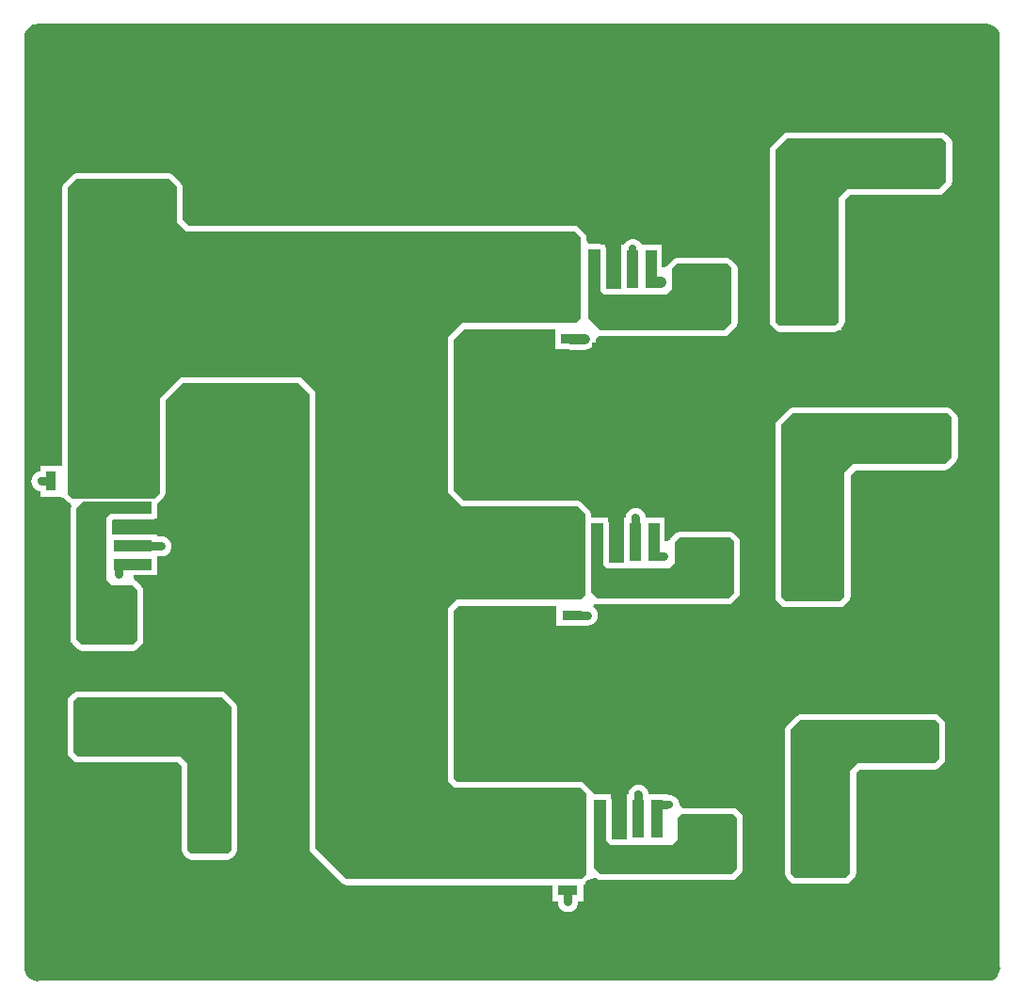
<source format=gtl>
G04*
G04 #@! TF.GenerationSoftware,Altium Limited,Altium Designer,21.6.4 (81)*
G04*
G04 Layer_Physical_Order=1*
G04 Layer_Color=255*
%FSLAX25Y25*%
%MOIN*%
G70*
G04*
G04 #@! TF.SameCoordinates,F1B4013F-C6E7-459F-9AD8-EDA5B4F290C2*
G04*
G04*
G04 #@! TF.FilePolarity,Positive*
G04*
G01*
G75*
%ADD13R,0.15551X0.21260*%
%ADD14R,0.06693X0.07087*%
%ADD15R,0.07100X0.03600*%
G04:AMPARAMS|DCode=16|XSize=88.19mil|YSize=91.34mil|CornerRadius=11.02mil|HoleSize=0mil|Usage=FLASHONLY|Rotation=90.000|XOffset=0mil|YOffset=0mil|HoleType=Round|Shape=RoundedRectangle|*
%AMROUNDEDRECTD16*
21,1,0.08819,0.06929,0,0,90.0*
21,1,0.06614,0.09134,0,0,90.0*
1,1,0.02205,0.03465,0.03307*
1,1,0.02205,0.03465,-0.03307*
1,1,0.02205,-0.03465,-0.03307*
1,1,0.02205,-0.03465,0.03307*
%
%ADD16ROUNDEDRECTD16*%
%ADD17R,0.21260X0.15551*%
%ADD18R,0.07087X0.06693*%
%ADD19R,0.03600X0.07100*%
G04:AMPARAMS|DCode=20|XSize=157.09mil|YSize=83.46mil|CornerRadius=10.43mil|HoleSize=0mil|Usage=FLASHONLY|Rotation=90.000|XOffset=0mil|YOffset=0mil|HoleType=Round|Shape=RoundedRectangle|*
%AMROUNDEDRECTD20*
21,1,0.15709,0.06260,0,0,90.0*
21,1,0.13622,0.08346,0,0,90.0*
1,1,0.02087,0.03130,0.06811*
1,1,0.02087,0.03130,-0.06811*
1,1,0.02087,-0.03130,-0.06811*
1,1,0.02087,-0.03130,0.06811*
%
%ADD20ROUNDEDRECTD20*%
G04:AMPARAMS|DCode=21|XSize=157.09mil|YSize=83.46mil|CornerRadius=10.43mil|HoleSize=0mil|Usage=FLASHONLY|Rotation=180.000|XOffset=0mil|YOffset=0mil|HoleType=Round|Shape=RoundedRectangle|*
%AMROUNDEDRECTD21*
21,1,0.15709,0.06260,0,0,180.0*
21,1,0.13622,0.08346,0,0,180.0*
1,1,0.02087,-0.06811,0.03130*
1,1,0.02087,0.06811,0.03130*
1,1,0.02087,0.06811,-0.03130*
1,1,0.02087,-0.06811,-0.03130*
%
%ADD21ROUNDEDRECTD21*%
%ADD22R,0.09055X0.09921*%
%ADD37R,0.03937X0.13386*%
%ADD38R,0.42126X0.33858*%
%ADD39R,0.13386X0.03937*%
%ADD40R,0.33858X0.42126*%
%ADD41C,0.03150*%
%ADD42C,0.01500*%
%ADD43C,0.03937*%
%ADD44C,0.03740*%
%ADD45C,0.07874*%
%ADD46C,0.02756*%
%ADD47C,0.12598*%
%ADD48C,0.02559*%
G36*
X341895Y338890D02*
X342778Y338578D01*
X343584Y338099D01*
X344280Y337472D01*
X344841Y336721D01*
X345245Y335876D01*
X345500Y334500D01*
X345500Y334500D01*
X345500Y334500D01*
X345500Y5000D01*
X345525Y4532D01*
X345390Y3605D01*
X345078Y2722D01*
X344599Y1916D01*
X343972Y1220D01*
X343221Y659D01*
X342376Y255D01*
X341468Y25D01*
X341000Y0D01*
X5000D01*
X4532Y-25D01*
X3605Y110D01*
X2722Y422D01*
X1916Y901D01*
X1220Y1528D01*
X659Y2279D01*
X255Y3124D01*
X25Y4032D01*
X0Y4500D01*
X0Y334000D01*
X-25Y334468D01*
X110Y335395D01*
X422Y336278D01*
X901Y337084D01*
X1528Y337780D01*
X2279Y338341D01*
X3124Y338744D01*
X4032Y338975D01*
X4500Y339000D01*
Y339000D01*
X340500Y339000D01*
X340968Y339025D01*
X341895Y338890D01*
D02*
G37*
%LPC*%
G36*
X325000Y300507D02*
X270000D01*
X269232Y300354D01*
X268581Y299919D01*
X264581Y295919D01*
X264146Y295268D01*
X263993Y294500D01*
Y233500D01*
X264146Y232732D01*
X264581Y232081D01*
X266081Y230581D01*
X266732Y230146D01*
X267500Y229993D01*
X287000D01*
X287768Y230146D01*
X288151Y230402D01*
X289232D01*
Y231394D01*
X289919Y232081D01*
X290354Y232732D01*
X290507Y233500D01*
Y276669D01*
X292331Y278493D01*
X324000D01*
X324768Y278646D01*
X325419Y279081D01*
X327919Y281581D01*
X328354Y282232D01*
X328507Y283000D01*
Y297000D01*
X328354Y297768D01*
X327919Y298419D01*
X326419Y299919D01*
X325768Y300354D01*
X325000Y300507D01*
D02*
G37*
G36*
X51173Y286007D02*
X18500D01*
X17732Y285854D01*
X17081Y285419D01*
X14033Y282371D01*
X13598Y281720D01*
X13445Y280952D01*
Y183945D01*
X13269Y182518D01*
X11945Y182518D01*
X5731D01*
Y180538D01*
X5075Y180452D01*
X4213Y180095D01*
X3473Y179527D01*
X2905Y178787D01*
X2548Y177925D01*
X2426Y177000D01*
X2548Y176075D01*
X2905Y175213D01*
X3473Y174473D01*
X4213Y173905D01*
X5075Y173548D01*
X5731Y173461D01*
Y171482D01*
X12699Y171482D01*
X13709Y171178D01*
X14436Y170678D01*
X15643Y169470D01*
X16295Y169035D01*
X16646Y168268D01*
X16493Y167500D01*
Y139232D01*
X16402D01*
Y119744D01*
X16972D01*
X17081Y119581D01*
X19081Y117581D01*
X19732Y117146D01*
X20500Y116993D01*
X38500Y116993D01*
X39268Y117146D01*
X39919Y117581D01*
X41419Y119081D01*
X41854Y119732D01*
X42007Y120500D01*
Y138500D01*
X41854Y139268D01*
X41419Y139919D01*
X39919Y141419D01*
X39268Y141854D01*
X38943Y142165D01*
X38522Y143255D01*
X38527Y143496D01*
X38667Y143677D01*
X46929D01*
Y150424D01*
X48498D01*
X49423Y150546D01*
X50285Y150903D01*
X51025Y151471D01*
X51027Y151473D01*
X51595Y152213D01*
X51952Y153075D01*
X52074Y154000D01*
X51952Y154925D01*
X51595Y155787D01*
X51027Y156527D01*
X50287Y157095D01*
X49425Y157452D01*
X48500Y157574D01*
X48484Y157572D01*
X46929D01*
Y158244D01*
X31007D01*
Y163169D01*
X31331Y163493D01*
X45000D01*
X45768Y163646D01*
X45933Y163756D01*
X46929D01*
Y165108D01*
X47007Y165500D01*
Y169236D01*
X47358Y169470D01*
X49371Y171483D01*
X49806Y172135D01*
X49959Y172903D01*
Y205669D01*
X56258Y211968D01*
X96924D01*
X100966Y207925D01*
Y47027D01*
X101119Y46259D01*
X101554Y45608D01*
X112581Y34581D01*
X113232Y34146D01*
X114000Y33993D01*
X186981Y33993D01*
Y28231D01*
X188926D01*
Y28000D01*
X189048Y27075D01*
X189405Y26213D01*
X189973Y25473D01*
X190713Y24905D01*
X191575Y24548D01*
X192500Y24426D01*
X193425Y24548D01*
X194287Y24905D01*
X195027Y25473D01*
X195595Y26213D01*
X195952Y27075D01*
X196074Y28000D01*
Y28231D01*
X198019D01*
Y34106D01*
X198220Y34146D01*
X198871Y34581D01*
X200482Y36191D01*
X200516Y36243D01*
X202130Y36569D01*
X202365Y36516D01*
X202501Y36380D01*
X203152Y35945D01*
X203920Y35792D01*
X250420D01*
X250969Y35902D01*
X251256D01*
Y35991D01*
X251839Y36380D01*
X253839Y38380D01*
X254274Y39031D01*
X254427Y39799D01*
X254427Y57800D01*
X254274Y58568D01*
X253839Y59219D01*
X252339Y60719D01*
X251688Y61154D01*
X250920Y61307D01*
X233198D01*
X232686Y61592D01*
X231846Y62617D01*
Y62941D01*
X231618Y63792D01*
X231178Y64555D01*
X230555Y65178D01*
X229792Y65618D01*
X228941Y65847D01*
X228680D01*
X228425Y65952D01*
X227823Y66031D01*
Y66161D01*
X221053D01*
X220952Y66925D01*
X220595Y67787D01*
X220027Y68527D01*
X219287Y69095D01*
X218425Y69452D01*
X217500Y69574D01*
X216575Y69452D01*
X215713Y69095D01*
X214973Y68527D01*
X214405Y67787D01*
X214048Y66925D01*
X213947Y66161D01*
X213256D01*
Y50306D01*
X208251D01*
X207927Y50631D01*
Y64299D01*
X207774Y65067D01*
X207744Y65112D01*
Y66161D01*
X206649D01*
X205920Y66307D01*
X201731D01*
X200917Y67255D01*
X200482Y67906D01*
X198469Y69919D01*
X197818Y70354D01*
X197049Y70507D01*
X153186D01*
X152003Y71690D01*
X152003Y131165D01*
X153831Y132993D01*
X188481D01*
Y125732D01*
X199519D01*
Y125929D01*
X200425Y126048D01*
X201287Y126405D01*
X202027Y126973D01*
X202595Y127713D01*
X202952Y128575D01*
X203074Y129500D01*
X202952Y130425D01*
X202595Y131287D01*
X202027Y132027D01*
X201381Y132523D01*
X202132Y133786D01*
X202900Y133633D01*
X230768D01*
Y133402D01*
X250256D01*
Y133845D01*
X250820Y134221D01*
X252820Y136221D01*
X253255Y136872D01*
X253408Y137641D01*
X253408Y155641D01*
X253255Y156409D01*
X252820Y157060D01*
X251320Y158560D01*
X250669Y158995D01*
X249900Y159148D01*
X231900D01*
X231132Y158995D01*
X230481Y158560D01*
X228981Y157060D01*
X228546Y156409D01*
X228517Y156264D01*
X227084Y155688D01*
X226915Y155694D01*
X226823Y155763D01*
Y164161D01*
X220053D01*
X219952Y164925D01*
X219595Y165787D01*
X219027Y166527D01*
X218287Y167095D01*
X217425Y167452D01*
X216500Y167574D01*
X215575Y167452D01*
X214713Y167095D01*
X213973Y166527D01*
X213405Y165787D01*
X213048Y164925D01*
X212947Y164161D01*
X212256D01*
Y148148D01*
X207232D01*
X206908Y148472D01*
Y162141D01*
X206755Y162909D01*
X206744Y162925D01*
Y164161D01*
X200570D01*
Y165487D01*
X200417Y166255D01*
X199982Y166906D01*
X197469Y169419D01*
X196818Y169854D01*
X196049Y170007D01*
X155806D01*
X152003Y173810D01*
Y227139D01*
X155857Y230993D01*
X187981D01*
Y223731D01*
X192716D01*
X193500Y223628D01*
X198436D01*
X198456Y223626D01*
X199458Y223758D01*
X200391Y224145D01*
X201193Y224760D01*
X201809Y225562D01*
X202195Y226495D01*
X202327Y227498D01*
X202506Y227724D01*
X203701Y228552D01*
X204000Y228493D01*
X248000D01*
X248768Y228646D01*
X249419Y229081D01*
X251919Y231581D01*
X252354Y232232D01*
X252507Y233000D01*
X252507Y252500D01*
X252354Y253268D01*
X251919Y253919D01*
X250419Y255419D01*
X250256Y255528D01*
Y255598D01*
X250151D01*
X249768Y255854D01*
X249000Y256007D01*
X231000D01*
X230232Y255854D01*
X229581Y255419D01*
X228081Y253919D01*
X227646Y253268D01*
X226055Y252959D01*
X225823Y253113D01*
Y260929D01*
X218539D01*
X218178Y261555D01*
X217555Y262178D01*
X216792Y262618D01*
X215941Y262846D01*
X215059D01*
X214208Y262618D01*
X213445Y262178D01*
X212822Y261555D01*
X212461Y260929D01*
X211256D01*
Y245007D01*
X206331D01*
X206007Y245331D01*
Y259000D01*
X205854Y259768D01*
X205744Y259933D01*
Y260929D01*
X204392D01*
X204000Y261007D01*
X199811D01*
X199070Y262362D01*
Y263487D01*
X198917Y264255D01*
X198482Y264906D01*
X196469Y266919D01*
X195817Y267354D01*
X195049Y267507D01*
X58306D01*
X56007Y269806D01*
Y281173D01*
X55854Y281941D01*
X55419Y282593D01*
X52592Y285419D01*
X51941Y285854D01*
X51173Y286007D01*
D02*
G37*
G36*
X327000Y203007D02*
X272000D01*
X271232Y202854D01*
X270581Y202419D01*
X266581Y198419D01*
X266146Y197768D01*
X265993Y197000D01*
Y136000D01*
X266146Y135232D01*
X266581Y134581D01*
X268081Y133081D01*
X268732Y132646D01*
X269500Y132493D01*
X289000D01*
X289768Y132646D01*
X290419Y133081D01*
X291919Y134581D01*
X292354Y135232D01*
X292507Y136000D01*
Y179169D01*
X294331Y180993D01*
X326000D01*
X326768Y181146D01*
X327419Y181581D01*
X329919Y184081D01*
X330354Y184732D01*
X330507Y185500D01*
Y199500D01*
X330354Y200268D01*
X329919Y200919D01*
X328419Y202419D01*
X327768Y202854D01*
X327000Y203007D01*
D02*
G37*
G36*
X69750Y102507D02*
X18661D01*
X17893Y102354D01*
X17242Y101919D01*
X15831Y100508D01*
X15396Y99857D01*
X15243Y99089D01*
Y81000D01*
X15396Y80232D01*
X15831Y79581D01*
X17331Y78081D01*
X17982Y77646D01*
X18750Y77493D01*
X54419D01*
X55743Y76169D01*
X55743Y46250D01*
X55896Y45482D01*
X56331Y44831D01*
X57581Y43581D01*
X58232Y43146D01*
X59000Y42993D01*
X72000D01*
X72768Y43146D01*
X73419Y43581D01*
X74669Y44831D01*
X75104Y45482D01*
X75257Y46250D01*
Y97000D01*
X75104Y97768D01*
X74669Y98419D01*
X71169Y101919D01*
X70518Y102354D01*
X70005Y102456D01*
X69750Y102507D01*
D02*
G37*
G36*
X322500Y94507D02*
X275000D01*
X274232Y94354D01*
X273581Y93919D01*
X270081Y90419D01*
X269646Y89768D01*
X269493Y89000D01*
Y37911D01*
X269646Y37143D01*
X270081Y36492D01*
X271492Y35081D01*
X272143Y34646D01*
X272911Y34493D01*
X291000D01*
X291768Y34646D01*
X292419Y35081D01*
X293919Y36581D01*
X294354Y37232D01*
X294507Y38000D01*
Y73669D01*
X295831Y74993D01*
X322500Y74993D01*
X323268Y75146D01*
X323919Y75581D01*
X325419Y77081D01*
X325854Y77732D01*
X326007Y78500D01*
Y91000D01*
X325854Y91768D01*
X325419Y92419D01*
X323919Y93919D01*
X323268Y94354D01*
X322500Y94507D01*
D02*
G37*
%LPD*%
G36*
X326500Y297000D02*
Y283000D01*
X324000Y280500D01*
X291500D01*
X288500Y277500D01*
Y233500D01*
X287000Y232000D01*
X267500D01*
X266000Y233500D01*
Y294500D01*
X270000Y298500D01*
X325000D01*
X326500Y297000D01*
D02*
G37*
G36*
X204000Y244500D02*
X205500Y243000D01*
X227500D01*
X229500Y245000D01*
Y252500D01*
X231000Y254000D01*
X249000D01*
X250500Y252500D01*
X250500Y233000D01*
X248000Y230500D01*
X204000D01*
X199811Y234689D01*
X199811Y259000D01*
X204000D01*
Y244500D01*
D02*
G37*
G36*
X204900Y147641D02*
X206400Y146141D01*
X228400D01*
X230400Y148141D01*
Y155641D01*
X231900Y157141D01*
X249900D01*
X251400Y155641D01*
X251400Y137641D01*
X249400Y135641D01*
X202900D01*
X200712Y137829D01*
X200712Y162141D01*
X204900D01*
Y147641D01*
D02*
G37*
G36*
X45000Y169689D02*
Y165500D01*
X30500D01*
X29000Y164000D01*
Y142000D01*
X31000Y140000D01*
X38500D01*
X40000Y138500D01*
Y120500D01*
X38500Y119000D01*
X20500Y119000D01*
X18500Y121000D01*
Y167500D01*
X20689Y169689D01*
X45000Y169689D01*
D02*
G37*
G36*
X205920Y49799D02*
X207420Y48300D01*
X229420D01*
X231420Y50300D01*
Y57800D01*
X232920Y59299D01*
X250920D01*
X252420Y57800D01*
X252420Y39799D01*
X250420Y37800D01*
X203920D01*
X201731Y39988D01*
X201731Y64299D01*
X205920D01*
Y49799D01*
D02*
G37*
G36*
X54000Y281173D02*
Y268975D01*
X57475Y265500D01*
X195049D01*
X197063Y263487D01*
Y234611D01*
X195452Y233000D01*
X155026D01*
X149996Y227970D01*
Y172979D01*
X154975Y168000D01*
X196049D01*
X198563Y165487D01*
Y136611D01*
X196952Y135000D01*
X153000D01*
X149996Y131996D01*
X149996Y70859D01*
X152355Y68500D01*
X197049D01*
X199063Y66487D01*
Y37611D01*
X197452Y36000D01*
X114000Y36000D01*
X102973Y47027D01*
Y208756D01*
X97755Y213975D01*
X55427D01*
X47952Y206500D01*
Y172903D01*
X45939Y170889D01*
X17063D01*
X15452Y172500D01*
Y280952D01*
X18500Y284000D01*
X51173D01*
X54000Y281173D01*
D02*
G37*
G36*
X328500Y199500D02*
Y185500D01*
X326000Y183000D01*
X293500D01*
X290500Y180000D01*
Y136000D01*
X289000Y134500D01*
X269500D01*
X268000Y136000D01*
Y197000D01*
X272000Y201000D01*
X327000D01*
X328500Y199500D01*
D02*
G37*
G36*
X73250Y97000D02*
Y46250D01*
X72000Y45000D01*
X59000D01*
X57750Y46250D01*
X57750Y77000D01*
X55250Y79500D01*
X18750D01*
X17250Y81000D01*
Y99089D01*
X18661Y100500D01*
X69750D01*
X73250Y97000D01*
D02*
G37*
G36*
X324000Y91000D02*
Y78500D01*
X322500Y77000D01*
X295000Y77000D01*
X292500Y74500D01*
Y38000D01*
X291000Y36500D01*
X272911D01*
X271500Y37911D01*
Y89000D01*
X275000Y92500D01*
X322500D01*
X324000Y91000D01*
D02*
G37*
D13*
X240512Y146000D02*
D03*
X279488D02*
D03*
X240512Y243000D02*
D03*
X279488D02*
D03*
X241512Y48500D02*
D03*
X280488D02*
D03*
D14*
X205500Y123429D02*
D03*
Y139571D02*
D03*
X204500Y239071D02*
D03*
Y222929D02*
D03*
X206000Y27429D02*
D03*
Y43571D02*
D03*
D15*
X194000Y129500D02*
D03*
Y140500D02*
D03*
X193500Y238500D02*
D03*
Y227500D02*
D03*
X192500Y32000D02*
D03*
Y43000D02*
D03*
D16*
X63500Y93413D02*
D03*
Y112587D02*
D03*
D17*
X29000Y129488D02*
D03*
Y90512D02*
D03*
D18*
X7429Y163500D02*
D03*
X23571D02*
D03*
D19*
X9500Y177000D02*
D03*
X20500D02*
D03*
D20*
X164000Y289693D02*
D03*
Y256307D02*
D03*
X164500Y190693D02*
D03*
Y157307D02*
D03*
Y57307D02*
D03*
Y90693D02*
D03*
D21*
X245307Y194000D02*
D03*
X278693D02*
D03*
X242307Y291000D02*
D03*
X275693D02*
D03*
X39307Y204000D02*
D03*
X72693D02*
D03*
D22*
X256256Y84500D02*
D03*
X280744D02*
D03*
D37*
X196114Y155500D02*
D03*
X202807D02*
D03*
X209500D02*
D03*
X216193D02*
D03*
X222886D02*
D03*
X223886Y57500D02*
D03*
X217193D02*
D03*
X210500D02*
D03*
X203807D02*
D03*
X197114D02*
D03*
X195114Y252268D02*
D03*
X201807D02*
D03*
X208500D02*
D03*
X215193D02*
D03*
X221886D02*
D03*
D38*
X209500Y197232D02*
D03*
X210500Y99232D02*
D03*
X208500Y294000D02*
D03*
D39*
X38268Y174386D02*
D03*
Y167693D02*
D03*
Y161000D02*
D03*
Y154307D02*
D03*
Y147614D02*
D03*
D40*
X80000Y161000D02*
D03*
D41*
X6000Y177000D02*
X8500D01*
X38268Y161000D02*
X48500D01*
X48498Y153998D02*
X48500Y154000D01*
X38577Y153998D02*
X48498D01*
X216500Y155807D02*
Y164000D01*
X216193Y155500D02*
X216500Y155807D01*
X33500Y147221D02*
X33894Y147614D01*
X38268D01*
X33500Y144000D02*
Y147221D01*
X194000Y129500D02*
X199500D01*
X38268Y154307D02*
X38577Y153998D01*
X210500Y57500D02*
Y66000D01*
X217500Y57807D02*
Y66000D01*
X217193Y57500D02*
X217500Y57807D01*
X223886Y57500D02*
Y62106D01*
X224279Y62500D01*
X227500D01*
X192500Y28000D02*
Y32000D01*
X222886Y150894D02*
Y155500D01*
Y150894D02*
X223280Y150500D01*
X226500D01*
D42*
X215347Y252421D02*
Y259347D01*
X215500Y259500D01*
X215193Y252268D02*
X215347Y252421D01*
X267500Y254500D02*
X273000D01*
D43*
X221886Y247543D02*
X225457D01*
X221886D02*
Y252268D01*
X225457Y247543D02*
X225500Y247500D01*
D44*
X193500Y227500D02*
X198453D01*
X198456Y227498D01*
D45*
X65500Y51000D02*
D03*
X35500D02*
D03*
X318500Y190500D02*
D03*
Y160500D02*
D03*
X65500Y277000D02*
D03*
X35500D02*
D03*
X318500Y288500D02*
D03*
Y258500D02*
D03*
Y84500D02*
D03*
Y54500D02*
D03*
D46*
X6000Y177000D02*
D03*
X49500Y98500D02*
D03*
X271000Y156000D02*
D03*
X215500Y259500D02*
D03*
X48500Y161000D02*
D03*
Y154000D02*
D03*
X66000Y104500D02*
D03*
X70500D02*
D03*
X56000D02*
D03*
X61000D02*
D03*
X212000Y34500D02*
D03*
X208000D02*
D03*
X204000D02*
D03*
X200000D02*
D03*
X264500Y78000D02*
D03*
Y82000D02*
D03*
Y86000D02*
D03*
Y90000D02*
D03*
X199000Y217500D02*
D03*
X202500D02*
D03*
X33500Y144000D02*
D03*
X199500Y129500D02*
D03*
X157500Y283500D02*
D03*
Y287500D02*
D03*
Y291500D02*
D03*
Y295500D02*
D03*
X9500Y170000D02*
D03*
X5500D02*
D03*
X9500Y156500D02*
D03*
X5500D02*
D03*
X70500Y120500D02*
D03*
X66000D02*
D03*
X61000D02*
D03*
X56000D02*
D03*
X212000Y20500D02*
D03*
X208000D02*
D03*
X204000D02*
D03*
X200000D02*
D03*
X247500Y90000D02*
D03*
Y86000D02*
D03*
Y82000D02*
D03*
Y78000D02*
D03*
X156500Y97000D02*
D03*
Y93000D02*
D03*
Y89000D02*
D03*
Y85000D02*
D03*
Y184500D02*
D03*
Y188500D02*
D03*
Y192500D02*
D03*
Y196500D02*
D03*
X239000Y202000D02*
D03*
X243000D02*
D03*
X247000D02*
D03*
X251000D02*
D03*
X239000Y186000D02*
D03*
X243000D02*
D03*
X247000D02*
D03*
X251000D02*
D03*
X236000Y283000D02*
D03*
X240000D02*
D03*
X244000D02*
D03*
X248000D02*
D03*
X236000Y299500D02*
D03*
X240000D02*
D03*
X244000D02*
D03*
X248000D02*
D03*
X170500Y295500D02*
D03*
Y291500D02*
D03*
Y287500D02*
D03*
Y283500D02*
D03*
X172500Y196500D02*
D03*
Y192500D02*
D03*
Y188500D02*
D03*
Y184500D02*
D03*
Y85000D02*
D03*
Y89000D02*
D03*
Y93000D02*
D03*
Y97000D02*
D03*
X274000Y69500D02*
D03*
X228500Y62500D02*
D03*
X210500Y66000D02*
D03*
X217500D02*
D03*
X192500Y28000D02*
D03*
X226500Y150500D02*
D03*
X216500Y164000D02*
D03*
X209500D02*
D03*
X267500Y254500D02*
D03*
X198456Y227498D02*
D03*
X209500Y217500D02*
D03*
X206000D02*
D03*
X208500Y260500D02*
D03*
X225500Y247500D02*
D03*
D47*
X12000Y327000D02*
D03*
Y12000D02*
D03*
X333500D02*
D03*
Y327000D02*
D03*
D48*
X66000Y180500D02*
D03*
Y177000D02*
D03*
Y173500D02*
D03*
Y170000D02*
D03*
Y166500D02*
D03*
Y163000D02*
D03*
Y159500D02*
D03*
Y156000D02*
D03*
Y152500D02*
D03*
Y149000D02*
D03*
Y145500D02*
D03*
Y142000D02*
D03*
X69500D02*
D03*
Y145500D02*
D03*
Y149000D02*
D03*
Y152500D02*
D03*
Y156000D02*
D03*
Y159500D02*
D03*
Y163000D02*
D03*
Y166500D02*
D03*
Y170000D02*
D03*
Y173500D02*
D03*
Y177000D02*
D03*
Y180500D02*
D03*
X73000Y142000D02*
D03*
Y145500D02*
D03*
Y149000D02*
D03*
Y152500D02*
D03*
Y156000D02*
D03*
Y159500D02*
D03*
Y163000D02*
D03*
Y166500D02*
D03*
Y170000D02*
D03*
Y173500D02*
D03*
Y177000D02*
D03*
Y180500D02*
D03*
X76500Y142000D02*
D03*
Y145500D02*
D03*
Y149000D02*
D03*
Y152500D02*
D03*
Y156000D02*
D03*
Y159500D02*
D03*
Y163000D02*
D03*
Y166500D02*
D03*
Y170000D02*
D03*
Y173500D02*
D03*
Y177000D02*
D03*
Y180500D02*
D03*
X80000Y142000D02*
D03*
Y145500D02*
D03*
Y149000D02*
D03*
Y152500D02*
D03*
Y156000D02*
D03*
Y159500D02*
D03*
Y163000D02*
D03*
Y166500D02*
D03*
Y170000D02*
D03*
Y173500D02*
D03*
Y177000D02*
D03*
Y180500D02*
D03*
X83500Y142000D02*
D03*
Y145500D02*
D03*
Y149000D02*
D03*
Y152500D02*
D03*
Y156000D02*
D03*
Y159500D02*
D03*
Y163000D02*
D03*
Y166500D02*
D03*
Y170000D02*
D03*
Y173500D02*
D03*
Y177000D02*
D03*
Y180500D02*
D03*
X87000Y142000D02*
D03*
Y145500D02*
D03*
Y149000D02*
D03*
Y152500D02*
D03*
Y156000D02*
D03*
Y159500D02*
D03*
Y163000D02*
D03*
Y166500D02*
D03*
Y170000D02*
D03*
Y173500D02*
D03*
Y177000D02*
D03*
Y180500D02*
D03*
X90500Y142000D02*
D03*
Y145500D02*
D03*
Y149000D02*
D03*
Y152500D02*
D03*
Y156000D02*
D03*
Y159500D02*
D03*
Y163000D02*
D03*
Y166500D02*
D03*
Y170000D02*
D03*
Y173500D02*
D03*
Y177000D02*
D03*
Y180500D02*
D03*
X94000Y142000D02*
D03*
Y145500D02*
D03*
Y149000D02*
D03*
Y152500D02*
D03*
Y156000D02*
D03*
Y159500D02*
D03*
Y163000D02*
D03*
Y166500D02*
D03*
Y170000D02*
D03*
Y173500D02*
D03*
Y177000D02*
D03*
Y180500D02*
D03*
X191500Y85000D02*
D03*
X195000D02*
D03*
X198500D02*
D03*
X202000D02*
D03*
X205500D02*
D03*
X209000D02*
D03*
X212500D02*
D03*
X216000D02*
D03*
X219500D02*
D03*
X223000D02*
D03*
X226500D02*
D03*
X230000D02*
D03*
Y88500D02*
D03*
X226500D02*
D03*
X223000D02*
D03*
X219500D02*
D03*
X216000D02*
D03*
X212500D02*
D03*
X209000D02*
D03*
X205500D02*
D03*
X202000D02*
D03*
X198500D02*
D03*
X195000D02*
D03*
X191500D02*
D03*
X230000Y92000D02*
D03*
X226500D02*
D03*
X223000D02*
D03*
X219500D02*
D03*
X216000D02*
D03*
X212500D02*
D03*
X209000D02*
D03*
X205500D02*
D03*
X202000D02*
D03*
X198500D02*
D03*
X195000D02*
D03*
X191500D02*
D03*
X230000Y95500D02*
D03*
X226500D02*
D03*
X223000D02*
D03*
X219500D02*
D03*
X216000D02*
D03*
X212500D02*
D03*
X209000D02*
D03*
X205500D02*
D03*
X202000D02*
D03*
X198500D02*
D03*
X195000D02*
D03*
X191500D02*
D03*
X230000Y99000D02*
D03*
X226500D02*
D03*
X223000D02*
D03*
X219500D02*
D03*
X216000D02*
D03*
X212500D02*
D03*
X209000D02*
D03*
X205500D02*
D03*
X202000D02*
D03*
X198500D02*
D03*
X195000D02*
D03*
X191500D02*
D03*
X230000Y102500D02*
D03*
X226500D02*
D03*
X223000D02*
D03*
X219500D02*
D03*
X216000D02*
D03*
X212500D02*
D03*
X209000D02*
D03*
X205500D02*
D03*
X202000D02*
D03*
X198500D02*
D03*
X195000D02*
D03*
X191500D02*
D03*
X230000Y106000D02*
D03*
X226500D02*
D03*
X223000D02*
D03*
X219500D02*
D03*
X216000D02*
D03*
X212500D02*
D03*
X209000D02*
D03*
X205500D02*
D03*
X202000D02*
D03*
X198500D02*
D03*
X195000D02*
D03*
X191500D02*
D03*
X230000Y109500D02*
D03*
X226500D02*
D03*
X223000D02*
D03*
X219500D02*
D03*
X216000D02*
D03*
X212500D02*
D03*
X209000D02*
D03*
X205500D02*
D03*
X202000D02*
D03*
X198500D02*
D03*
X195000D02*
D03*
X191500D02*
D03*
X230000Y113000D02*
D03*
X226500D02*
D03*
X223000D02*
D03*
X219500D02*
D03*
X216000D02*
D03*
X212500D02*
D03*
X209000D02*
D03*
X205500D02*
D03*
X202000D02*
D03*
X198500D02*
D03*
X195000D02*
D03*
X191500D02*
D03*
X190500Y183000D02*
D03*
X194000D02*
D03*
X197500D02*
D03*
X201000D02*
D03*
X204500D02*
D03*
X208000D02*
D03*
X211500D02*
D03*
X215000D02*
D03*
X218500D02*
D03*
X222000D02*
D03*
X225500D02*
D03*
X229000D02*
D03*
Y186500D02*
D03*
X225500D02*
D03*
X222000D02*
D03*
X218500D02*
D03*
X215000D02*
D03*
X211500D02*
D03*
X208000D02*
D03*
X204500D02*
D03*
X201000D02*
D03*
X197500D02*
D03*
X194000D02*
D03*
X190500D02*
D03*
X229000Y190000D02*
D03*
X225500D02*
D03*
X222000D02*
D03*
X218500D02*
D03*
X215000D02*
D03*
X211500D02*
D03*
X208000D02*
D03*
X204500D02*
D03*
X201000D02*
D03*
X197500D02*
D03*
X194000D02*
D03*
X190500D02*
D03*
X229000Y193500D02*
D03*
X225500D02*
D03*
X222000D02*
D03*
X218500D02*
D03*
X215000D02*
D03*
X211500D02*
D03*
X208000D02*
D03*
X204500D02*
D03*
X201000D02*
D03*
X197500D02*
D03*
X194000D02*
D03*
X190500D02*
D03*
X229000Y197000D02*
D03*
X225500D02*
D03*
X222000D02*
D03*
X218500D02*
D03*
X215000D02*
D03*
X211500D02*
D03*
X208000D02*
D03*
X204500D02*
D03*
X201000D02*
D03*
X197500D02*
D03*
X194000D02*
D03*
X190500D02*
D03*
X229000Y200500D02*
D03*
X225500D02*
D03*
X222000D02*
D03*
X218500D02*
D03*
X215000D02*
D03*
X211500D02*
D03*
X208000D02*
D03*
X204500D02*
D03*
X201000D02*
D03*
X197500D02*
D03*
X194000D02*
D03*
X190500D02*
D03*
X229000Y204000D02*
D03*
X225500D02*
D03*
X222000D02*
D03*
X218500D02*
D03*
X215000D02*
D03*
X211500D02*
D03*
X208000D02*
D03*
X204500D02*
D03*
X201000D02*
D03*
X197500D02*
D03*
X194000D02*
D03*
X190500D02*
D03*
X229000Y207500D02*
D03*
X225500D02*
D03*
X222000D02*
D03*
X218500D02*
D03*
X215000D02*
D03*
X211500D02*
D03*
X208000D02*
D03*
X204500D02*
D03*
X201000D02*
D03*
X197500D02*
D03*
X194000D02*
D03*
X190500D02*
D03*
X229000Y211000D02*
D03*
X225500D02*
D03*
X222000D02*
D03*
X218500D02*
D03*
X215000D02*
D03*
X211500D02*
D03*
X208000D02*
D03*
X204500D02*
D03*
X201000D02*
D03*
X197500D02*
D03*
X194000D02*
D03*
X190500D02*
D03*
X189500Y308000D02*
D03*
X193000D02*
D03*
X196500D02*
D03*
X200000D02*
D03*
X203500D02*
D03*
X207000D02*
D03*
X210500D02*
D03*
X214000D02*
D03*
X217500D02*
D03*
X221000D02*
D03*
X224500D02*
D03*
X228000D02*
D03*
X189500Y304500D02*
D03*
X193000D02*
D03*
X196500D02*
D03*
X200000D02*
D03*
X203500D02*
D03*
X207000D02*
D03*
X210500D02*
D03*
X214000D02*
D03*
X217500D02*
D03*
X221000D02*
D03*
X224500D02*
D03*
X228000D02*
D03*
X189500Y301000D02*
D03*
X193000D02*
D03*
X196500D02*
D03*
X200000D02*
D03*
X203500D02*
D03*
X207000D02*
D03*
X210500D02*
D03*
X214000D02*
D03*
X217500D02*
D03*
X221000D02*
D03*
X224500D02*
D03*
X228000D02*
D03*
X189500Y297500D02*
D03*
X193000D02*
D03*
X196500D02*
D03*
X200000D02*
D03*
X203500D02*
D03*
X207000D02*
D03*
X210500D02*
D03*
X214000D02*
D03*
X217500D02*
D03*
X221000D02*
D03*
X224500D02*
D03*
X228000D02*
D03*
X189500Y294000D02*
D03*
X193000D02*
D03*
X196500D02*
D03*
X200000D02*
D03*
X203500D02*
D03*
X207000D02*
D03*
X210500D02*
D03*
X214000D02*
D03*
X217500D02*
D03*
X221000D02*
D03*
X224500D02*
D03*
X228000D02*
D03*
X189500Y290500D02*
D03*
X193000D02*
D03*
X196500D02*
D03*
X200000D02*
D03*
X203500D02*
D03*
X207000D02*
D03*
X210500D02*
D03*
X214000D02*
D03*
X217500D02*
D03*
X221000D02*
D03*
X224500D02*
D03*
X228000D02*
D03*
X189500Y287000D02*
D03*
X193000D02*
D03*
X196500D02*
D03*
X200000D02*
D03*
X203500D02*
D03*
X207000D02*
D03*
X210500D02*
D03*
X214000D02*
D03*
X217500D02*
D03*
X221000D02*
D03*
X224500D02*
D03*
X228000D02*
D03*
X189500Y283500D02*
D03*
X193000D02*
D03*
X196500D02*
D03*
X200000D02*
D03*
X203500D02*
D03*
X207000D02*
D03*
X210500D02*
D03*
X214000D02*
D03*
X217500D02*
D03*
X221000D02*
D03*
X224500D02*
D03*
X228000D02*
D03*
Y280000D02*
D03*
X224500D02*
D03*
X221000D02*
D03*
X217500D02*
D03*
X214000D02*
D03*
X210500D02*
D03*
X207000D02*
D03*
X203500D02*
D03*
X200000D02*
D03*
X196500D02*
D03*
X193000D02*
D03*
X189500D02*
D03*
M02*

</source>
